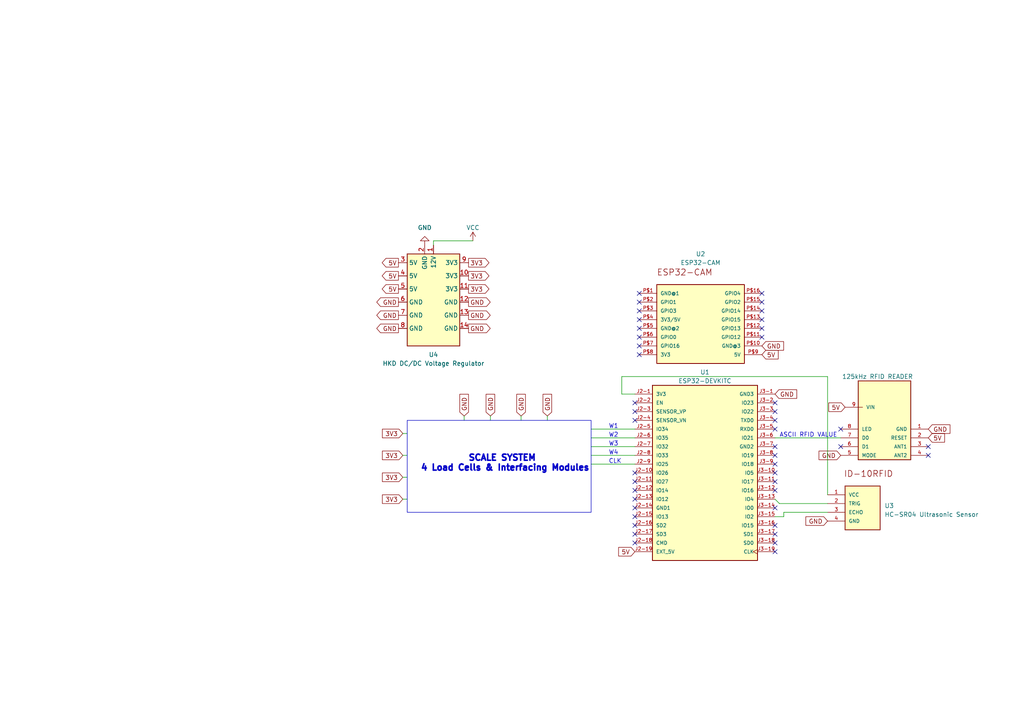
<source format=kicad_sch>
(kicad_sch (version 20230121) (generator eeschema)
  (paper "A4")
  (title_block (title "Penguin Monitoring System Electrical Interfacing") (date "2025-05-21") (rev "v1.0") (company "University of Cape Town") (comment 1 "Dichochi Ramotlou"))
  (lib_symbols
    (symbol "ESP32-CAM:ESP32-CAM" (pin_names (offset 1.016))
      (property "Reference" "U" (at 0 0 0))
      (property "Value" "ESP32-CAM" (at 0 0 0))
      (symbol "ESP32-CAM_0_0"
        (rectangle (start -12.7 -10.16) (end 12.7 12.7) (stroke (width 0.254)) (fill (type background)))
        (text "ESP32-CAM" (at -12.7 15.24 0) (effects (font (size 1.778 1.778)) (justify left bottom)))
        (pin bidirectional line (at -17.78 10.16 0) (length 5.08) (name "GND@1") (number "P$1"))
        (pin bidirectional line (at 17.78 -5.08 180) (length 5.08) (name "GND@3") (number "P$10"))
        (pin bidirectional line (at 17.78 -2.54 180) (length 5.08) (name "GPIO12") (number "P$11"))
        (pin bidirectional line (at 17.78 0 180) (length 5.08) (name "GPIO13") (number "P$12"))
        (pin bidirectional line (at 17.78 2.54 180) (length 5.08) (name "GPIO15") (number "P$13"))
        (pin bidirectional line (at 17.78 5.08 180) (length 5.08) (name "GPIO14") (number "P$14"))
        (pin bidirectional line (at 17.78 7.62 180) (length 5.08) (name "GPIO2") (number "P$15"))
        (pin bidirectional line (at 17.78 10.16 180) (length 5.08) (name "GPIO4") (number "P$16"))
        (pin bidirectional line (at -17.78 7.62 0) (length 5.08) (name "GPIO1") (number "P$2"))
        (pin bidirectional line (at -17.78 5.08 0) (length 5.08) (name "GPIO3") (number "P$3"))
        (pin bidirectional line (at -17.78 2.54 0) (length 5.08) (name "3V3/5V") (number "P$4"))
        (pin bidirectional line (at -17.78 0 0) (length 5.08) (name "GND@2") (number "P$5"))
        (pin bidirectional line (at -17.78 -2.54 0) (length 5.08) (name "GPIO0") (number "P$6"))
        (pin bidirectional line (at -17.78 -5.08 0) (length 5.08) (name "GPIO16") (number "P$7"))
        (pin bidirectional line (at -17.78 -7.62 0) (length 5.08) (name "3V3") (number "P$8"))
        (pin bidirectional line (at 17.78 -7.62 180) (length 5.08) (name "5V") (number "P$9"))
      )
    )
    (symbol "ESP32-DEVKITC-32D:ESP32-DEVKITC-32D" (pin_names (offset 1.016))
      (property "Reference" "U" (at -15.2572 26.0643 0))
      (property "Value" "ESP32-DEVKITC-32D" (at -15.2563 -27.9698 0))
      (symbol "ESP32-DEVKITC-32D_0_0"
        (rectangle (start -15.24 -25.4) (end 15.24 25.4) (stroke (width 0.254)) (fill (type background)))
        (pin power_in line (at -20.32 22.86 0) (length 5.08) (name "3V3") (number "J2-1"))
        (pin bidirectional line (at -20.32 0 0) (length 5.08) (name "IO26") (number "J2-10"))
        (pin bidirectional line (at -20.32 -2.54 0) (length 5.08) (name "IO27") (number "J2-11"))
        (pin bidirectional line (at -20.32 -5.08 0) (length 5.08) (name "IO14") (number "J2-12"))
        (pin bidirectional line (at -20.32 -7.62 0) (length 5.08) (name "IO12") (number "J2-13"))
        (pin power_in line (at -20.32 -10.16 0) (length 5.08) (name "GND1") (number "J2-14"))
        (pin bidirectional line (at -20.32 -12.7 0) (length 5.08) (name "IO13") (number "J2-15"))
        (pin bidirectional line (at -20.32 -15.24 0) (length 5.08) (name "SD2") (number "J2-16"))
        (pin bidirectional line (at -20.32 -17.78 0) (length 5.08) (name "SD3") (number "J2-17"))
        (pin bidirectional line (at -20.32 -20.32 0) (length 5.08) (name "CMD") (number "J2-18"))
        (pin power_in line (at -20.32 -22.86 0) (length 5.08) (name "EXT_5V") (number "J2-19"))
        (pin input line (at -20.32 20.32 0) (length 5.08) (name "EN") (number "J2-2"))
        (pin input line (at -20.32 17.78 0) (length 5.08) (name "SENSOR_VP") (number "J2-3"))
        (pin input line (at -20.32 15.24 0) (length 5.08) (name "SENSOR_VN") (number "J2-4"))
        (pin bidirectional line (at -20.32 12.7 0) (length 5.08) (name "IO34") (number "J2-5"))
        (pin bidirectional line (at -20.32 10.16 0) (length 5.08) (name "IO35") (number "J2-6"))
        (pin bidirectional line (at -20.32 7.62 0) (length 5.08) (name "IO32") (number "J2-7"))
        (pin bidirectional line (at -20.32 5.08 0) (length 5.08) (name "IO33") (number "J2-8"))
        (pin bidirectional line (at -20.32 2.54 0) (length 5.08) (name "IO25") (number "J2-9"))
        (pin power_in line (at 20.32 22.86 180) (length 5.08) (name "GND3") (number "J3-1"))
        (pin bidirectional line (at 20.32 0 180) (length 5.08) (name "IO5") (number "J3-10"))
        (pin bidirectional line (at 20.32 -2.54 180) (length 5.08) (name "IO17") (number "J3-11"))
        (pin bidirectional line (at 20.32 -5.08 180) (length 5.08) (name "IO16") (number "J3-12"))
        (pin bidirectional line (at 20.32 -7.62 180) (length 5.08) (name "IO4") (number "J3-13"))
        (pin bidirectional line (at 20.32 -10.16 180) (length 5.08) (name "IO0") (number "J3-14"))
        (pin bidirectional line (at 20.32 -12.7 180) (length 5.08) (name "IO2") (number "J3-15"))
        (pin bidirectional line (at 20.32 -15.24 180) (length 5.08) (name "IO15") (number "J3-16"))
        (pin bidirectional line (at 20.32 -17.78 180) (length 5.08) (name "SD1") (number "J3-17"))
        (pin bidirectional line (at 20.32 -20.32 180) (length 5.08) (name "SD0") (number "J3-18"))
        (pin input clock (at 20.32 -22.86 180) (length 5.08) (name "CLK") (number "J3-19"))
        (pin bidirectional line (at 20.32 20.32 180) (length 5.08) (name "IO23") (number "J3-2"))
        (pin bidirectional line (at 20.32 17.78 180) (length 5.08) (name "IO22") (number "J3-3"))
        (pin output line (at 20.32 15.24 180) (length 5.08) (name "TXD0") (number "J3-4"))
        (pin input line (at 20.32 12.7 180) (length 5.08) (name "RXD0") (number "J3-5"))
        (pin bidirectional line (at 20.32 10.16 180) (length 5.08) (name "IO21") (number "J3-6"))
        (pin power_in line (at 20.32 7.62 180) (length 5.08) (name "GND2") (number "J3-7"))
        (pin bidirectional line (at 20.32 5.08 180) (length 5.08) (name "IO19") (number "J3-8"))
        (pin bidirectional line (at 20.32 2.54 180) (length 5.08) (name "IO18") (number "J3-9"))
      )
    )
    (symbol "HC-SR04:HC-SR04" (pin_names (offset 1.016))
      (property "Reference" "U" (at 0 5.0813 0))
      (property "Value" "HC-SR04" (at 0 -10.163 0))
      (symbol "HC-SR04_0_0"
        (rectangle (start 0 -7.62) (end 10.16 5.08) (stroke (width 0.254)) (fill (type background)))
        (pin power_in line (at -5.08 2.54 0) (length 5.08) (name "VCC") (number "1"))
        (pin bidirectional line (at -5.08 0 0) (length 5.08) (name "TRIG") (number "2"))
        (pin bidirectional line (at -5.08 -2.54 0) (length 5.08) (name "ECHO") (number "3"))
        (pin power_in line (at -5.08 -5.08 0) (length 5.08) (name "GND") (number "4"))
      )
    )
    (symbol "RDM6300:RDM6300" (pin_names (offset 1.016))
      (property "Reference" "ID-10RFID" (at -2.54 6.35 0))
      (property "Value" "ID-10RFID" (at -2.54 2.54 0))
      (symbol "RDM6300_0_0"
        (rectangle (start -7.62 15.24) (end 7.62 -7.62) (stroke (width 0.254)) (fill (type background)))
        (text "ID-10RFID\n" (at -2.54 -12.7 0) (effects (font (size 1.778 1.778)) (justify left bottom)))
        (pin bidirectional line (at -12.7 1.27 0) (length 5.08) (name "GND") (number "1"))
        (pin bidirectional line (at -12.7 -1.27 0) (length 5.08) (name "RESET") (number "2"))
        (pin bidirectional line (at -12.7 -3.81 0) (length 5.08) (name "ANT1") (number "3"))
        (pin bidirectional line (at -12.7 -6.35 0) (length 5.08) (name "ANT2") (number "4"))
        (pin bidirectional line (at 12.7 -6.35 180) (length 5.08) (name "MODE") (number "5"))
        (pin bidirectional line (at 12.7 -3.81 180) (length 5.08) (name "D1") (number "6"))
        (pin bidirectional line (at 12.7 -1.27 180) (length 5.08) (name "D0") (number "7"))
        (pin bidirectional line (at 12.7 1.27 180) (length 5.08) (name "LED") (number "8"))
        (pin bidirectional line (at 11.43 7.62 180) (length 5.08) (name "VIN") (number "9"))
      )
    )
    (symbol "Regulator_Controller:ICE1PCS01_1"
      (property "Reference" "U" (at -7.62 11.43 0))
      (property "Value" "HKD DC/DC" (at 1.27 11.43 0))
      (symbol "ICE1PCS01_1_0_0"
        (rectangle (start -7.62 10.16) (end 7.62 -16.51) (stroke (width 0.254)) (fill (type background)))
      )
      (symbol "ICE1PCS01_1_1_1"
        (pin power_in line (at 0 12.7 270) (length 2.54) (name "12V") (number "1"))
        (pin output line (at 10.16 3.81 180) (length 2.54) (name "3V3") (number "10"))
        (pin output line (at 10.16 0 180) (length 2.54) (name "3V3") (number "11"))
        (pin output line (at 10.16 -3.81 180) (length 2.54) (name "GND") (number "12"))
        (pin output line (at 10.16 -7.62 180) (length 2.54) (name "GND") (number "13"))
        (pin output line (at 10.16 -11.43 180) (length 2.54) (name "GND") (number "14"))
        (pin power_in line (at -2.54 12.7 270) (length 2.54) (name "GND") (number "2"))
        (pin power_out line (at -10.16 7.62 0) (length 2.54) (name "5V") (number "3"))
        (pin power_out line (at -10.16 3.81 0) (length 2.54) (name "5V") (number "4"))
        (pin power_out line (at -10.16 0 0) (length 2.54) (name "5V") (number "5"))
        (pin power_out line (at -10.16 -3.81 0) (length 2.54) (name "GND") (number "6"))
        (pin power_out line (at -10.16 -7.62 0) (length 2.54) (name "GND") (number "7"))
        (pin power_out line (at -10.16 -11.43 0) (length 2.54) (name "GND") (number "8"))
        (pin output line (at 10.16 7.62 180) (length 2.54) (name "3V3") (number "9"))
      )
    )
    (symbol "power:GND" (power) (pin_names (offset 0))
      (property "Value" "GND" (at 0 -3.81 0))
      (symbol "GND_0_1"
        (polyline (pts (xy 0 0) (xy 0 -1.27) (xy 1.27 -1.27) (xy 0 -2.54) (xy -1.27 -1.27) (xy 0 -1.27)))
      )
      (symbol "GND_1_1"
        (pin power_in line (at 0 0 270) (length 0) hide (name "GND") (number "1"))
      )
    )
    (symbol "power:VCC" (power) (pin_names (offset 0))
      (property "Value" "VCC" (at 0 3.81 0))
      (symbol "VCC_0_1"
        (polyline (pts (xy -0.762 1.27) (xy 0 2.54)))
        (polyline (pts (xy 0 0) (xy 0 2.54)))
        (polyline (pts (xy 0 2.54) (xy 0.762 1.27)))
      )
      (symbol "VCC_1_1"
        (pin power_in line (at 0 0 90) (length 0) hide (name "VCC") (number "1"))
      )
    )
  )
  (no_connect (at 185.42 90.17))
  (no_connect (at 184.15 157.48))
  (no_connect (at 185.42 92.71))
  (no_connect (at 184.15 154.94))
  (no_connect (at 184.15 116.84))
  (no_connect (at 185.42 95.25))
  (no_connect (at 224.79 121.92))
  (no_connect (at 184.15 139.7))
  (no_connect (at 224.79 160.02))
  (no_connect (at 224.79 116.84))
  (no_connect (at 243.84 129.54))
  (no_connect (at 224.79 134.62))
  (no_connect (at 220.98 87.63))
  (no_connect (at 220.98 90.17))
  (no_connect (at 220.98 92.71))
  (no_connect (at 184.15 121.92))
  (no_connect (at 224.79 139.7))
  (no_connect (at 224.79 119.38))
  (no_connect (at 269.24 129.54))
  (no_connect (at 184.15 119.38))
  (no_connect (at 185.42 100.33))
  (no_connect (at 269.24 132.08))
  (no_connect (at 224.79 152.4))
  (no_connect (at 224.79 154.94))
  (no_connect (at 185.42 87.63))
  (no_connect (at 224.79 157.48))
  (no_connect (at 224.79 142.24))
  (no_connect (at 184.15 147.32))
  (no_connect (at 184.15 142.24))
  (no_connect (at 224.79 132.08))
  (no_connect (at 185.42 102.87))
  (no_connect (at 220.98 85.09))
  (no_connect (at 184.15 137.16))
  (no_connect (at 224.79 129.54))
  (no_connect (at 185.42 85.09))
  (no_connect (at 220.98 97.79))
  (no_connect (at 220.98 95.25))
  (no_connect (at 224.79 124.46))
  (no_connect (at 184.15 152.4))
  (no_connect (at 224.79 137.16))
  (no_connect (at 185.42 97.79))
  (no_connect (at 184.15 144.78))
  (no_connect (at 224.79 147.32))
  (no_connect (at 243.84 124.46))
  (no_connect (at 184.15 149.86))
  (wire (pts (xy 171.45 132.08) (xy 184.15 132.08)))
  (wire (pts (xy 224.79 149.86) (xy 227.33 149.86)))
  (wire (pts (xy 227.33 148.59) (xy 227.33 149.86)))
  (wire (pts (xy 171.45 127) (xy 184.15 127)))
  (wire (pts (xy 226.06 146.05) (xy 224.79 144.78)))
  (wire (pts (xy 158.75 120.65) (xy 158.75 121.92)))
  (wire (pts (xy 134.62 120.65) (xy 134.62 121.92)))
  (wire (pts (xy 125.73 69.85) (xy 125.73 71.12)))
  (wire (pts (xy 116.84 138.43) (xy 118.11 138.43)))
  (wire (pts (xy 151.13 120.65) (xy 151.13 121.92)))
  (wire (pts (xy 180.34 114.3) (xy 184.15 114.3)))
  (wire (pts (xy 180.34 109.22) (xy 180.34 114.3)))
  (wire (pts (xy 240.03 146.05) (xy 226.06 146.05)))
  (wire (pts (xy 116.84 132.08) (xy 118.11 132.08)))
  (wire (pts (xy 137.16 69.85) (xy 125.73 69.85)))
  (wire (pts (xy 116.84 125.73) (xy 118.11 125.73)))
  (wire (pts (xy 171.45 124.46) (xy 184.15 124.46)))
  (wire (pts (xy 180.34 109.22) (xy 240.03 109.22)))
  (wire (pts (xy 240.03 109.22) (xy 240.03 143.51)))
  (wire (pts (xy 171.45 134.62) (xy 184.15 134.62)))
  (wire (pts (xy 142.24 120.65) (xy 142.24 121.92)))
  (wire (pts (xy 224.79 127) (xy 243.84 127)))
  (wire (pts (xy 171.45 129.54) (xy 184.15 129.54)))
  (wire (pts (xy 116.84 144.78) (xy 118.11 144.78)))
  (wire (pts (xy 227.33 148.59) (xy 240.03 148.59)))
  (rectangle (start 118.11 121.92) (end 171.45 148.59))
  (text "		SCALE SYSTEM\n4 Load Cells & Interfacing Modules\n\n" (at 121.92 139.7 0) (effects (font (size 1.778 1.778) (thickness 76.2) bold) (justify left bottom)))
  (text "CLK\n" (at 176.53 134.62 0) (effects (font (size 1.27 1.27)) (justify left bottom)))
  (text "W2\n" (at 176.53 127 0) (effects (font (size 1.27 1.27)) (justify left bottom)))
  (text "W4" (at 176.53 132.08 0) (effects (font (size 1.27 1.27)) (justify left bottom)))
  (text "W1\n" (at 176.53 124.46 0) (effects (font (size 1.27 1.27)) (justify left bottom)))
  (text "ASCII RFID VALUE" (at 226.06 127 0) (effects (font (size 1.27 1.27)) (justify left bottom)))
  (text "W3\n" (at 176.53 129.54 0) (effects (font (size 1.27 1.27)) (justify left bottom)))
  (global_label "GND" (shape output) (at 135.89 87.63 0) (property "Intersheetrefs" "${INTERSHEET_REFS}" (effects hide)))
  (global_label "5V" (shape input) (at 220.98 102.87 0) (property "Intersheetrefs" "${INTERSHEET_REFS}" (effects hide)))
  (global_label "5V" (shape output) (at 115.57 76.2 180) (property "Intersheetrefs" "${INTERSHEET_REFS}" (effects hide)))
  (global_label "3V3" (shape input) (at 116.84 125.73 180) (property "Intersheetrefs" "${INTERSHEET_REFS}" (effects hide)))
  (global_label "GND" (shape input) (at 134.62 120.65 90) (property "Intersheetrefs" "${INTERSHEET_REFS}" (effects hide)))
  (global_label "5V" (shape input) (at 269.24 127 0) (property "Intersheetrefs" "${INTERSHEET_REFS}" (effects hide)))
  (global_label "GND" (shape input) (at 243.84 132.08 180) (property "Intersheetrefs" "${INTERSHEET_REFS}" (effects hide)))
  (global_label "GND" (shape input) (at 151.13 120.65 90) (property "Intersheetrefs" "${INTERSHEET_REFS}" (effects hide)))
  (global_label "5V" (shape output) (at 115.57 83.82 180) (property "Intersheetrefs" "${INTERSHEET_REFS}" (effects hide)))
  (global_label "3V3" (shape input) (at 116.84 144.78 180) (property "Intersheetrefs" "${INTERSHEET_REFS}" (effects hide)))
  (global_label "3V3" (shape input) (at 116.84 138.43 180) (property "Intersheetrefs" "${INTERSHEET_REFS}" (effects hide)))
  (global_label "GND" (shape input) (at 158.75 120.65 90) (property "Intersheetrefs" "${INTERSHEET_REFS}" (effects hide)))
  (global_label "GND" (shape input) (at 240.03 151.13 180) (property "Intersheetrefs" "${INTERSHEET_REFS}" (effects hide)))
  (global_label "GND" (shape output) (at 115.57 95.25 180) (property "Intersheetrefs" "${INTERSHEET_REFS}" (effects hide)))
  (global_label "GND" (shape output) (at 115.57 87.63 180) (property "Intersheetrefs" "${INTERSHEET_REFS}" (effects hide)))
  (global_label "GND" (shape input) (at 220.98 100.33 0) (property "Intersheetrefs" "${INTERSHEET_REFS}" (effects hide)))
  (global_label "GND" (shape input) (at 269.24 124.46 0) (property "Intersheetrefs" "${INTERSHEET_REFS}" (effects hide)))
  (global_label "GND" (shape output) (at 135.89 91.44 0) (property "Intersheetrefs" "${INTERSHEET_REFS}" (effects hide)))
  (global_label "GND" (shape input) (at 142.24 120.65 90) (property "Intersheetrefs" "${INTERSHEET_REFS}" (effects hide)))
  (global_label "GND" (shape output) (at 135.89 95.25 0) (property "Intersheetrefs" "${INTERSHEET_REFS}" (effects hide)))
  (global_label "3V3" (shape output) (at 135.89 76.2 0) (property "Intersheetrefs" "${INTERSHEET_REFS}" (effects hide)))
  (global_label "GND" (shape output) (at 115.57 91.44 180) (property "Intersheetrefs" "${INTERSHEET_REFS}" (effects hide)))
  (global_label "3V3" (shape output) (at 135.89 83.82 0) (property "Intersheetrefs" "${INTERSHEET_REFS}" (effects hide)))
  (global_label "5V" (shape input) (at 245.11 118.11 180) (property "Intersheetrefs" "${INTERSHEET_REFS}" (effects hide)))
  (global_label "3V3" (shape input) (at 116.84 132.08 180) (property "Intersheetrefs" "${INTERSHEET_REFS}" (effects hide)))
  (global_label "5V" (shape output) (at 115.57 80.01 180) (property "Intersheetrefs" "${INTERSHEET_REFS}" (effects hide)))
  (global_label "3V3" (shape output) (at 135.89 80.01 0) (property "Intersheetrefs" "${INTERSHEET_REFS}" (effects hide)))
  (global_label "GND" (shape input) (at 224.79 114.3 0) (property "Intersheetrefs" "${INTERSHEET_REFS}" (effects hide)))
  (global_label "5V" (shape input) (at 184.15 160.02 180) (property "Intersheetrefs" "${INTERSHEET_REFS}" (effects hide)))
  (symbol (lib_id "power:GND") (at 123.19 71.12 0) (mirror x) (unit 1)
    (property "Reference" "#PWR08" (effects hide))
    (property "Value" "GND" (at 123.19 66.04 0))
  )
  (symbol (lib_id "ESP32-CAM:ESP32-CAM") (at 203.2 95.25 0) (unit 1)
    (property "Reference" "U2" (at 203.2 73.66 0))
    (property "Value" "ESP32-CAM" (at 203.2 76.2 0))
    (property "Footprint" "ESP32-CAM:ESP32-CAM" (effects hide))
    (property "MF" "AI-Thinker" (effects hide))
    (property "Description" "\n                        \n                            ESP32 ESP32 Transceiver; 802.11 a/b/g/n (Wi-Fi, WiFi, WLAN), Bluetooth® Smart 4.x Low Energy (BLE) Evaluation Board\n                        \n" (effects hide))
    (property "Package" "None" (effects hide))
    (property "Price" "None" (effects hide))
    (property "SnapEDA_Link" "https://www.snapeda.com/parts/ESP32-CAM/AI-Thinker/view-part/?ref=snap" (effects hide))
    (property "MP" "ESP32-CAM" (effects hide))
    (property "Availability" "Not in stock" (effects hide))
    (property "Check_prices" "https://www.snapeda.com/parts/ESP32-CAM/AI-Thinker/view-part/?ref=eda" (effects hide))
  )
  (symbol (lib_id "RDM6300:RDM6300") (at 256.54 125.73 0) (mirror y) (unit 1)
    (property "Reference" "ID-10RFID1" (effects hide))
    (property "Value" "125kHz RFID READER" (at 254.5138 109.22 0))
    (property "Footprint" "RDM6300:RDM6300" (effects hide))
    (property "MF" "ITEAD" (effects hide))
    (property "Description" "\n                        \n                            RDM6300 125KHz cardreader mini-module is designed for reading code from 125KHz card compatible read-only tags and read/write card.\n                        \n" (effects hide))
    (property "Package" "Package" (effects hide))
    (property "Price" "None" (effects hide))
    (property "SnapEDA_Link" "https://www.snapeda.com/parts/RDM6300/ITEAD/view-part/?ref=snap" (effects hide))
    (property "MP" "RDM6300" (effects hide))
    (property "Availability" "Not in stock" (effects hide))
    (property "Check_prices" "https://www.snapeda.com/parts/RDM6300/ITEAD/view-part/?ref=eda" (effects hide))
  )
  (symbol (lib_id "HC-SR04:HC-SR04") (at 245.11 146.05 0) (unit 1)
    (property "Reference" "U3" (at 256.54 146.685 0) (effects (justify left)))
    (property "Value" "HC-SR04 Ultrasonic Sensor" (at 256.54 149.225 0) (effects (justify left)))
    (property "Footprint" "HC-SR04:XCVR_HC-SR04" (effects hide))
    (property "MF" "SparkFun Electronics" (effects hide))
    (property "Description" "\n                        \n                            HC-SR04 Ultrasonic Sensor Qwiic Platform Evaluation Expansion Board\n                        \n" (effects hide))
    (property "Package" "None" (effects hide))
    (property "Price" "None" (effects hide))
    (property "Check_prices" "https://www.snapeda.com/parts/HC-SR04/SparkFun/view-part/?ref=eda" (effects hide))
    (property "SnapEDA_Link" "https://www.snapeda.com/parts/HC-SR04/SparkFun/view-part/?ref=snap" (effects hide))
    (property "MP" "HC-SR04" (effects hide))
    (property "Availability" "Not in stock" (effects hide))
    (property "MANUFACTURER" "Osepp" (effects hide))
  )
  (symbol (lib_id "Regulator_Controller:ICE1PCS01_1") (at 125.73 83.82 0) (unit 1)
    (property "Reference" "U4" (at 125.73 102.87 0))
    (property "Value" "HKD DC/DC Voltage Regulator" (at 125.73 105.41 0))
    (property "Datasheet" "https://www.infineon.com/dgdl/Infineon-ICE1PCS01-DS-v01_03-en.pdf?fileId=db3a304412b407950112b427c6f13cc7" (effects hide))
  )
  (symbol (lib_id "power:VCC") (at 137.16 69.85 0) (unit 1)
    (property "Reference" "#PWR09" (effects hide))
    (property "Value" "VCC 12V Input" (at 137.16 66.04 0))
  )
  (symbol (lib_id "ESP32-DEVKITC-32D:ESP32-DEVKITC-32D") (at 204.47 137.16 0) (unit 1)
    (property "Reference" "U1" (at 204.47 107.95 0))
    (property "Value" "ESP32-DEVKITC" (at 204.47 110.49 0))
    (property "Footprint" "ESP32-DEVKITC-32D:MODULE_ESP32-DEVKITC-32D" (effects hide))
    (property "MF" "Espressif Systems" (effects hide))
    (property "MAXIMUM_PACKAGE_HEIGHT" "N/A" (effects hide))
    (property "Package" "None" (effects hide))
    (property "Price" "None" (effects hide))
    (property "Check_prices" "https://www.snapeda.com/parts/ESP32-DEVKITC-32D/Espressif+Systems/view-part/?ref=eda" (effects hide))
    (property "STANDARD" "Manufacturer Recommendations" (effects hide))
    (property "PARTREV" "V4" (effects hide))
    (property "SnapEDA_Link" "https://www.snapeda.com/parts/ESP32-DEVKITC-32D/Espressif+Systems/view-part/?ref=snap" (effects hide))
    (property "MP" "ESP32-DEVKITC-32D" (effects hide))
    (property "Description" "\n                        \n                            WiFi Development Tools (802.11) ESP32 General Development Kit, ESP32-WROOM-32D on the board\n                        \n" (effects hide))
    (property "MANUFACTURER" "Espressif Systems" (effects hide))
    (property "Availability" "In Stock" (effects hide))
    (property "SNAPEDA_PN" "ESP32-DEVKITC-32D" (effects hide))
  )
)
</source>
